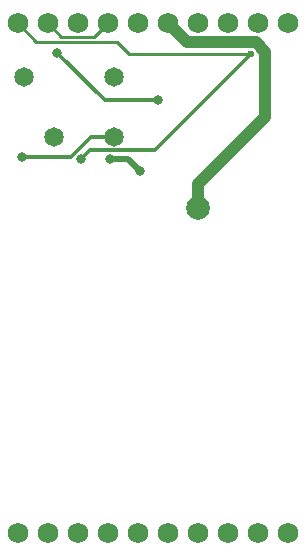
<source format=gbr>
%TF.GenerationSoftware,KiCad,Pcbnew,8.0.8*%
%TF.CreationDate,2025-02-03T20:56:19-05:00*%
%TF.ProjectId,RTDS Control Module,52544453-2043-46f6-9e74-726f6c204d6f,rev?*%
%TF.SameCoordinates,Original*%
%TF.FileFunction,Copper,L2,Bot*%
%TF.FilePolarity,Positive*%
%FSLAX46Y46*%
G04 Gerber Fmt 4.6, Leading zero omitted, Abs format (unit mm)*
G04 Created by KiCad (PCBNEW 8.0.8) date 2025-02-03 20:56:19*
%MOMM*%
%LPD*%
G01*
G04 APERTURE LIST*
%TA.AperFunction,ComponentPad*%
%ADD10C,1.650000*%
%TD*%
%TA.AperFunction,ComponentPad*%
%ADD11C,1.750000*%
%TD*%
%TA.AperFunction,ViaPad*%
%ADD12C,0.800000*%
%TD*%
%TA.AperFunction,ViaPad*%
%ADD13C,0.600000*%
%TD*%
%TA.AperFunction,ViaPad*%
%ADD14C,2.000000*%
%TD*%
%TA.AperFunction,Conductor*%
%ADD15C,0.500000*%
%TD*%
%TA.AperFunction,Conductor*%
%ADD16C,0.300000*%
%TD*%
%TA.AperFunction,Conductor*%
%ADD17C,0.250000*%
%TD*%
%TA.AperFunction,Conductor*%
%ADD18C,1.000000*%
%TD*%
G04 APERTURE END LIST*
D10*
%TO.P,K1,2*%
%TO.N,Net-(U1-TR)*%
X53890000Y-34980000D03*
%TO.P,K1,4*%
%TO.N,/GND*%
X58970000Y-34980000D03*
%TO.P,K1,5*%
%TO.N,Net-(J1-Pad3)*%
X58970000Y-29900000D03*
%TO.P,K1,8*%
%TO.N,/Vs*%
X51350000Y-29900000D03*
%TD*%
D11*
%TO.P,J1,1,1*%
%TO.N,N/C*%
X50800000Y-68580000D03*
%TO.P,J1,2,2*%
X53340000Y-68580000D03*
%TO.P,J1,3,3*%
X55880000Y-68580000D03*
%TO.P,J1,4,4*%
X58420000Y-68580000D03*
%TO.P,J1,5,5*%
X60960000Y-68580000D03*
%TO.P,J1,6,6*%
X63500000Y-68580000D03*
%TO.P,J1,7,7*%
X66040000Y-68580000D03*
%TO.P,J1,8,8*%
X68580000Y-68580000D03*
%TO.P,J1,9,9*%
X71120000Y-68580000D03*
%TO.P,J1,10,10*%
X73660000Y-68580000D03*
%TD*%
%TO.P,J1,1,1*%
%TO.N,/Vs*%
X50800000Y-25400000D03*
%TO.P,J1,2,2*%
%TO.N,/GND*%
X53340000Y-25400000D03*
%TO.P,J1,3,3*%
%TO.N,Net-(J1-Pad3)*%
X55880000Y-25400000D03*
%TO.P,J1,4,4*%
%TO.N,/GND*%
X58420000Y-25400000D03*
%TO.P,J1,5,5*%
X60960000Y-25400000D03*
%TO.P,J1,6,6*%
%TO.N,Net-(U2-D)*%
X63500000Y-25400000D03*
%TO.P,J1,7,7*%
%TO.N,/GND*%
X66040000Y-25400000D03*
%TO.P,J1,8,8*%
%TO.N,unconnected-(J1-Pad8)*%
X68580000Y-25400000D03*
%TO.P,J1,9,9*%
%TO.N,/Vs*%
X71120000Y-25400000D03*
%TO.P,J1,10,10*%
%TO.N,unconnected-(J1-Pad10)*%
X73660000Y-25400000D03*
%TD*%
D12*
%TO.N,/GND*%
X61160000Y-37900000D03*
X58660000Y-36900000D03*
X51185000Y-36700000D03*
D13*
%TO.N,/Vs*%
X70560000Y-28000000D03*
D12*
X56160000Y-36900000D03*
%TO.N,Net-(U1-DIS)*%
X62660000Y-31900000D03*
X54160000Y-27900000D03*
D14*
%TO.N,Net-(U2-D)*%
X66060000Y-41000000D03*
%TD*%
D15*
%TO.N,/GND*%
X60160000Y-36900000D02*
X61160000Y-37900000D01*
D16*
X57019339Y-34980000D02*
X58970000Y-34980000D01*
D17*
X54515000Y-26575000D02*
X53340000Y-25400000D01*
X57245000Y-26575000D02*
X54515000Y-26575000D01*
D16*
X51185000Y-36700000D02*
X55299339Y-36700000D01*
D17*
X58420000Y-25400000D02*
X57245000Y-26575000D01*
D15*
X58660000Y-36900000D02*
X60160000Y-36900000D01*
D16*
X55299339Y-36700000D02*
X57019339Y-34980000D01*
%TO.N,/Vs*%
X56955000Y-36105000D02*
X56160000Y-36900000D01*
D17*
X70560000Y-28000000D02*
X60260000Y-28000000D01*
X52375000Y-26975000D02*
X50800000Y-25400000D01*
X60260000Y-28000000D02*
X59235000Y-26975000D01*
D16*
X62455000Y-36105000D02*
X56955000Y-36105000D01*
X70560000Y-28000000D02*
X62455000Y-36105000D01*
D17*
X59235000Y-26975000D02*
X52375000Y-26975000D01*
D16*
%TO.N,Net-(U1-DIS)*%
X58160000Y-31900000D02*
X62660000Y-31900000D01*
X54160000Y-27900000D02*
X58160000Y-31900000D01*
D18*
%TO.N,Net-(U2-D)*%
X71760000Y-33300000D02*
X66060000Y-39000000D01*
X65100000Y-27000000D02*
X70974214Y-27000000D01*
X65100000Y-27000000D02*
X63500000Y-25400000D01*
X66060000Y-39000000D02*
X66060000Y-41000000D01*
X71760000Y-27785786D02*
X71760000Y-33300000D01*
X70974214Y-27000000D02*
X71760000Y-27785786D01*
%TD*%
M02*

</source>
